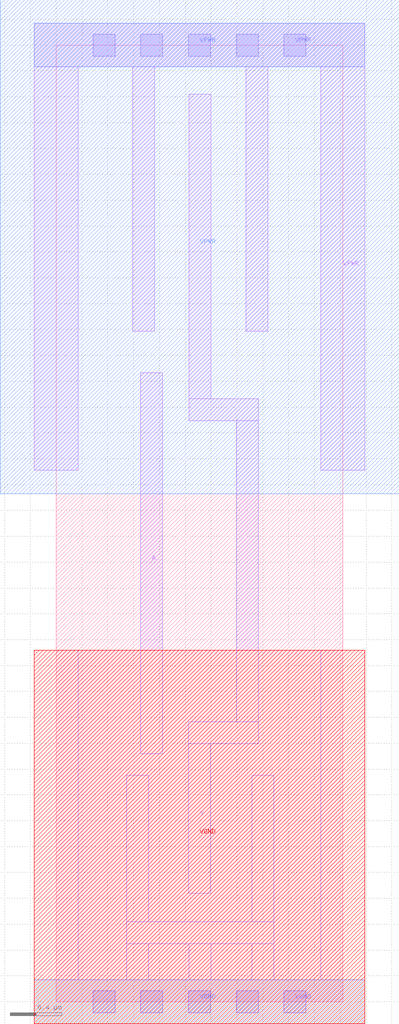
<source format=lef>
VERSION 5.7 ;
  NOWIREEXTENSIONATPIN ON ;
  DIVIDERCHAR "/" ;
  BUSBITCHARS "[]" ;
MACRO INVX1
  CLASS CORE ;
  FOREIGN INVX1 ;
  ORIGIN 0.000 0.000 ;
  SIZE 2.220 BY 7.400 ;
  SYMMETRY X Y R90 ;
  SITE unithd ;
  PIN Y
    DIRECTION OUTPUT ;
    USE SIGNAL ;
    ANTENNADIFFAREA 0.771900 ;
    PORT
      LAYER li1 ;
        RECT 1.030 4.665 1.200 7.020 ;
        RECT 1.030 4.495 1.565 4.665 ;
        RECT 1.395 2.165 1.565 4.495 ;
        RECT 1.025 1.995 1.565 2.165 ;
        RECT 1.025 0.840 1.195 1.995 ;
    END
  END Y
  PIN A
    DIRECTION INPUT ;
    USE SIGNAL ;
    ANTENNAGATEAREA 1.027250 ;
    PORT
      LAYER li1 ;
        RECT 0.655 1.920 0.825 4.865 ;
    END
  END A
  PIN VPWR
    DIRECTION INOUT ;
    USE POWER ;
    SHAPE ABUTMENT ;
    PORT
      LAYER nwell ;
        RECT -0.435 3.930 2.655 7.750 ;
      LAYER li1 ;
        RECT -0.170 7.230 2.390 7.570 ;
        RECT -0.170 4.110 0.170 7.230 ;
        RECT 0.590 5.185 0.760 7.230 ;
        RECT 1.470 5.185 1.640 7.230 ;
        RECT 2.050 4.110 2.390 7.230 ;
      LAYER mcon ;
        RECT 0.285 7.315 0.455 7.485 ;
        RECT 0.655 7.315 0.825 7.485 ;
        RECT 1.025 7.315 1.195 7.485 ;
        RECT 1.395 7.315 1.565 7.485 ;
        RECT 1.765 7.315 1.935 7.485 ;
      LAYER met1 ;
        RECT -0.170 7.230 2.390 7.570 ;
    END
  END VPWR
  PIN VGND
    DIRECTION INOUT ;
    USE GROUND ;
    SHAPE ABUTMENT ;
    PORT
      LAYER pwell ;
        RECT -0.170 -0.170 2.390 2.720 ;
      LAYER li1 ;
        RECT -0.170 0.170 0.170 2.720 ;
        RECT 0.545 0.620 0.715 1.750 ;
        RECT 1.515 0.620 1.685 1.750 ;
        RECT 0.545 0.450 1.685 0.620 ;
        RECT 0.545 0.170 0.715 0.450 ;
        RECT 1.030 0.170 1.200 0.450 ;
        RECT 1.515 0.170 1.685 0.450 ;
        RECT 2.050 0.170 2.390 2.720 ;
        RECT -0.170 -0.170 2.390 0.170 ;
      LAYER mcon ;
        RECT 0.285 -0.085 0.455 0.085 ;
        RECT 0.655 -0.085 0.825 0.085 ;
        RECT 1.025 -0.085 1.195 0.085 ;
        RECT 1.395 -0.085 1.565 0.085 ;
        RECT 1.765 -0.085 1.935 0.085 ;
      LAYER met1 ;
        RECT -0.170 -0.170 2.390 0.170 ;
    END
  END VGND
END INVX1
END LIBRARY


</source>
